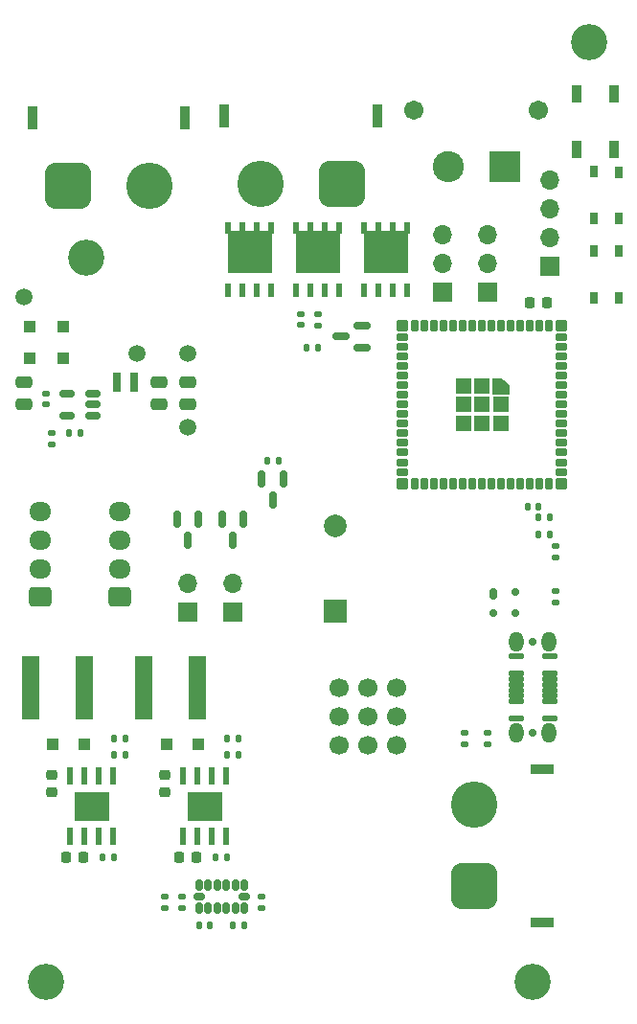
<source format=gbr>
%TF.GenerationSoftware,KiCad,Pcbnew,8.0.2-1*%
%TF.CreationDate,2024-11-11T16:17:41-08:00*%
%TF.ProjectId,Main_Board_V2,4d61696e-5f42-46f6-9172-645f56322e6b,rev?*%
%TF.SameCoordinates,Original*%
%TF.FileFunction,Soldermask,Top*%
%TF.FilePolarity,Negative*%
%FSLAX46Y46*%
G04 Gerber Fmt 4.6, Leading zero omitted, Abs format (unit mm)*
G04 Created by KiCad (PCBNEW 8.0.2-1) date 2024-11-11 16:17:41*
%MOMM*%
%LPD*%
G01*
G04 APERTURE LIST*
G04 Aperture macros list*
%AMRoundRect*
0 Rectangle with rounded corners*
0 $1 Rounding radius*
0 $2 $3 $4 $5 $6 $7 $8 $9 X,Y pos of 4 corners*
0 Add a 4 corners polygon primitive as box body*
4,1,4,$2,$3,$4,$5,$6,$7,$8,$9,$2,$3,0*
0 Add four circle primitives for the rounded corners*
1,1,$1+$1,$2,$3*
1,1,$1+$1,$4,$5*
1,1,$1+$1,$6,$7*
1,1,$1+$1,$8,$9*
0 Add four rect primitives between the rounded corners*
20,1,$1+$1,$2,$3,$4,$5,0*
20,1,$1+$1,$4,$5,$6,$7,0*
20,1,$1+$1,$6,$7,$8,$9,0*
20,1,$1+$1,$8,$9,$2,$3,0*%
G04 Aperture macros list end*
%ADD10C,0.010000*%
%ADD11R,2.000000X2.000000*%
%ADD12C,2.000000*%
%ADD13RoundRect,0.135000X0.135000X0.185000X-0.135000X0.185000X-0.135000X-0.185000X0.135000X-0.185000X0*%
%ADD14RoundRect,0.250000X-0.475000X0.250000X-0.475000X-0.250000X0.475000X-0.250000X0.475000X0.250000X0*%
%ADD15RoundRect,0.102000X-0.200000X0.400000X-0.200000X-0.400000X0.200000X-0.400000X0.200000X0.400000X0*%
%ADD16RoundRect,0.102000X-0.400000X0.200000X-0.400000X-0.200000X0.400000X-0.200000X0.400000X0.200000X0*%
%ADD17RoundRect,0.102000X-0.600000X0.600000X-0.600000X-0.600000X0.600000X-0.600000X0.600000X0.600000X0*%
%ADD18RoundRect,0.102000X-0.400000X0.400000X-0.400000X-0.400000X0.400000X-0.400000X0.400000X0.400000X0*%
%ADD19RoundRect,0.135000X0.185000X-0.135000X0.185000X0.135000X-0.185000X0.135000X-0.185000X-0.135000X0*%
%ADD20C,1.712000*%
%ADD21RoundRect,0.102000X-1.275000X-1.275000X1.275000X-1.275000X1.275000X1.275000X-1.275000X1.275000X0*%
%ADD22C,2.754000*%
%ADD23RoundRect,0.135000X-0.135000X-0.185000X0.135000X-0.185000X0.135000X0.185000X-0.135000X0.185000X0*%
%ADD24C,3.200000*%
%ADD25RoundRect,0.150000X0.587500X0.150000X-0.587500X0.150000X-0.587500X-0.150000X0.587500X-0.150000X0*%
%ADD26C,1.500000*%
%ADD27RoundRect,0.150000X0.512500X0.150000X-0.512500X0.150000X-0.512500X-0.150000X0.512500X-0.150000X0*%
%ADD28RoundRect,0.140000X0.140000X0.170000X-0.140000X0.170000X-0.140000X-0.170000X0.140000X-0.170000X0*%
%ADD29RoundRect,0.225000X-0.250000X0.225000X-0.250000X-0.225000X0.250000X-0.225000X0.250000X0.225000X0*%
%ADD30RoundRect,0.225000X-0.225000X-0.250000X0.225000X-0.250000X0.225000X0.250000X-0.225000X0.250000X0*%
%ADD31RoundRect,0.135000X-0.185000X0.135000X-0.185000X-0.135000X0.185000X-0.135000X0.185000X0.135000X0*%
%ADD32C,1.700000*%
%ADD33R,1.600000X5.700000*%
%ADD34RoundRect,0.140000X-0.170000X0.140000X-0.170000X-0.140000X0.170000X-0.140000X0.170000X0.140000X0*%
%ADD35R,0.900000X2.000000*%
%ADD36RoundRect,1.025000X-1.025000X-1.025000X1.025000X-1.025000X1.025000X1.025000X-1.025000X1.025000X0*%
%ADD37C,4.100000*%
%ADD38RoundRect,0.250000X0.300000X-0.300000X0.300000X0.300000X-0.300000X0.300000X-0.300000X-0.300000X0*%
%ADD39R,0.610000X1.270000*%
%ADD40R,3.910000X3.810000*%
%ADD41R,0.610000X1.020000*%
%ADD42C,0.710000*%
%ADD43RoundRect,0.102000X0.575000X-0.150000X0.575000X0.150000X-0.575000X0.150000X-0.575000X-0.150000X0*%
%ADD44O,1.304000X1.804000*%
%ADD45R,0.900000X1.500000*%
%ADD46RoundRect,0.175000X-0.175000X-0.325000X0.175000X-0.325000X0.175000X0.325000X-0.175000X0.325000X0*%
%ADD47RoundRect,0.150000X-0.200000X-0.150000X0.200000X-0.150000X0.200000X0.150000X-0.200000X0.150000X0*%
%ADD48R,1.700000X1.700000*%
%ADD49O,1.700000X1.700000*%
%ADD50R,2.000000X0.900000*%
%ADD51RoundRect,1.025000X-1.025000X1.025000X-1.025000X-1.025000X1.025000X-1.025000X1.025000X1.025000X0*%
%ADD52RoundRect,0.150000X-0.150000X0.587500X-0.150000X-0.587500X0.150000X-0.587500X0.150000X0.587500X0*%
%ADD53RoundRect,0.150000X0.150000X-0.325000X0.150000X0.325000X-0.150000X0.325000X-0.150000X-0.325000X0*%
%ADD54RoundRect,0.150000X0.325000X-0.150000X0.325000X0.150000X-0.325000X0.150000X-0.325000X-0.150000X0*%
%ADD55R,0.600000X1.550000*%
%ADD56R,3.100000X2.600000*%
%ADD57RoundRect,0.140000X-0.140000X-0.170000X0.140000X-0.170000X0.140000X0.170000X-0.140000X0.170000X0*%
%ADD58RoundRect,0.250000X0.725000X-0.600000X0.725000X0.600000X-0.725000X0.600000X-0.725000X-0.600000X0*%
%ADD59O,1.950000X1.700000*%
%ADD60R,0.650000X1.050000*%
%ADD61R,0.800000X1.700000*%
%ADD62RoundRect,0.250000X-0.300000X-0.300000X0.300000X-0.300000X0.300000X0.300000X-0.300000X0.300000X0*%
G04 APERTURE END LIST*
D10*
%TO.C,U1*%
X144350000Y-75800000D02*
X144350000Y-76550000D01*
X142950000Y-76550000D01*
X142950000Y-75150000D01*
X143700000Y-75150000D01*
X144350000Y-75800000D01*
G36*
X144350000Y-75800000D02*
G01*
X144350000Y-76550000D01*
X142950000Y-76550000D01*
X142950000Y-75150000D01*
X143700000Y-75150000D01*
X144350000Y-75800000D01*
G37*
%TD*%
D11*
%TO.C,BZ3*%
X129000000Y-95800000D03*
D12*
X129000000Y-88200000D03*
%TD*%
D13*
%TO.C,R25*%
X127510000Y-72500000D03*
X126490000Y-72500000D03*
%TD*%
D14*
%TO.C,C6*%
X116000000Y-75550000D03*
X116000000Y-77450000D03*
%TD*%
D15*
%TO.C,U1*%
X147950000Y-70500000D03*
X147100000Y-70500000D03*
X146250000Y-70500000D03*
X145400000Y-70500000D03*
X144550000Y-70500000D03*
X143700000Y-70500000D03*
X142850000Y-70500000D03*
X142000000Y-70500000D03*
X141150000Y-70500000D03*
X140300000Y-70500000D03*
X139450000Y-70500000D03*
X138600000Y-70500000D03*
X137750000Y-70500000D03*
X136900000Y-70500000D03*
X136050000Y-70500000D03*
D16*
X135000000Y-71550000D03*
X135000000Y-72400000D03*
X135000000Y-73250000D03*
X135000000Y-74100000D03*
X135000000Y-74950000D03*
X135000000Y-75800000D03*
X135000000Y-76650000D03*
X135000000Y-77500000D03*
X135000000Y-78350000D03*
X135000000Y-79200000D03*
X135000000Y-80050000D03*
X135000000Y-80900000D03*
X135000000Y-81750000D03*
X135000000Y-82600000D03*
X135000000Y-83450000D03*
D15*
X136050000Y-84500000D03*
X136900000Y-84500000D03*
X137750000Y-84500000D03*
X138600000Y-84500000D03*
X139450000Y-84500000D03*
X140300000Y-84500000D03*
X141150000Y-84500000D03*
X142000000Y-84500000D03*
X142850000Y-84500000D03*
X143700000Y-84500000D03*
X144550000Y-84500000D03*
X145400000Y-84500000D03*
X146250000Y-84500000D03*
X147100000Y-84500000D03*
X147950000Y-84500000D03*
D16*
X149000000Y-83450000D03*
X149000000Y-82600000D03*
X149000000Y-81750000D03*
X149000000Y-80900000D03*
X149000000Y-80050000D03*
X149000000Y-79200000D03*
X149000000Y-78350000D03*
X149000000Y-77500000D03*
X149000000Y-76650000D03*
X149000000Y-75800000D03*
X149000000Y-74950000D03*
X149000000Y-74100000D03*
X149000000Y-73250000D03*
X149000000Y-72400000D03*
X149000000Y-71550000D03*
D17*
X142000000Y-77500000D03*
X143650000Y-77500000D03*
X143650000Y-79150000D03*
X142000000Y-79150000D03*
X140350000Y-79150000D03*
X140350000Y-77500000D03*
X140350000Y-75850000D03*
X142000000Y-75850000D03*
D18*
X149000000Y-70500000D03*
X135000000Y-70500000D03*
X135000000Y-84500000D03*
X149000000Y-84500000D03*
%TD*%
D19*
%TO.C,R2*%
X148500000Y-95010000D03*
X148500000Y-93990000D03*
%TD*%
D20*
%TO.C,J1*%
X136000000Y-51500000D03*
X147000000Y-51500000D03*
D21*
X144000000Y-56500000D03*
D22*
X139000000Y-56500000D03*
%TD*%
D23*
%TO.C,R4*%
X105490000Y-80000000D03*
X106510000Y-80000000D03*
%TD*%
D24*
%TO.C,H2*%
X146500000Y-128500000D03*
%TD*%
D25*
%TO.C,Q9*%
X131437500Y-72450000D03*
X131437500Y-70550000D03*
X129562500Y-71500000D03*
%TD*%
D26*
%TO.C,TP2*%
X116000000Y-73000000D03*
%TD*%
D27*
%TO.C,U2*%
X107637500Y-78450000D03*
X107637500Y-77500000D03*
X107637500Y-76550000D03*
X105362500Y-76550000D03*
X105362500Y-78450000D03*
%TD*%
D28*
%TO.C,C3*%
X146980000Y-86500000D03*
X146020000Y-86500000D03*
%TD*%
D13*
%TO.C,R19*%
X120520000Y-108500000D03*
X119500000Y-108500000D03*
%TD*%
%TO.C,R17*%
X110500000Y-108500000D03*
X109480000Y-108500000D03*
%TD*%
D29*
%TO.C,C14*%
X114000000Y-110205000D03*
X114000000Y-111755000D03*
%TD*%
D30*
%TO.C,C11*%
X105225000Y-117500000D03*
X106775000Y-117500000D03*
%TD*%
D31*
%TO.C,R26*%
X127500000Y-69490000D03*
X127500000Y-70510000D03*
%TD*%
D32*
%TO.C,U10*%
X134420000Y-102519492D03*
X134420000Y-105059492D03*
X134420000Y-107599492D03*
X131880000Y-102519492D03*
X131880000Y-105059492D03*
X131880000Y-107599492D03*
X129340000Y-102519492D03*
X129340000Y-105059492D03*
X129340000Y-107599492D03*
%TD*%
D33*
%TO.C,L3*%
X112150000Y-102500000D03*
X116850000Y-102500000D03*
%TD*%
D34*
%TO.C,C5*%
X103500000Y-76520000D03*
X103500000Y-77480000D03*
%TD*%
D28*
%TO.C,C1*%
X147980000Y-89000000D03*
X147020000Y-89000000D03*
%TD*%
D35*
%TO.C,J4*%
X102250000Y-52150000D03*
X115750000Y-52150000D03*
D36*
X105400000Y-58150000D03*
D37*
X112600000Y-58150000D03*
%TD*%
D38*
%TO.C,D2*%
X105000000Y-73400000D03*
X105000000Y-70600000D03*
%TD*%
D24*
%TO.C,H4*%
X107000000Y-64500000D03*
%TD*%
D39*
%TO.C,Q10*%
X131595000Y-67360000D03*
X132865000Y-67360000D03*
X134135000Y-67360000D03*
X135405000Y-67360000D03*
D40*
X133500000Y-64000000D03*
D41*
X131595000Y-61895000D03*
X132865000Y-61895000D03*
X134135000Y-61895000D03*
X135405000Y-61895000D03*
%TD*%
D42*
%TO.C,J13*%
X146500000Y-106500000D03*
X146500000Y-98500000D03*
D43*
X145015000Y-105250000D03*
X145015000Y-103750000D03*
X145015000Y-103250000D03*
X145015000Y-102750000D03*
X145015000Y-102250000D03*
X145015000Y-101750000D03*
X145015000Y-101250000D03*
X145015000Y-99750000D03*
X147985000Y-99750000D03*
X147985000Y-101250000D03*
X147985000Y-101750000D03*
X147985000Y-102250000D03*
X147985000Y-102750000D03*
X147985000Y-103250000D03*
X147985000Y-103750000D03*
X147985000Y-105250000D03*
D44*
X145070000Y-106500000D03*
X145070000Y-98500000D03*
X147930000Y-106500000D03*
X147930000Y-98500000D03*
%TD*%
D19*
%TO.C,R8*%
X122500000Y-122010000D03*
X122500000Y-120990000D03*
%TD*%
D24*
%TO.C,H3*%
X151500000Y-45500000D03*
%TD*%
D35*
%TO.C,J8*%
X119250000Y-52000000D03*
X132750000Y-52000000D03*
D36*
X129600000Y-58000000D03*
D37*
X122400000Y-58000000D03*
%TD*%
D45*
%TO.C,U3*%
X153650000Y-50050000D03*
X150350000Y-50050000D03*
X150350000Y-54950000D03*
X153650000Y-54950000D03*
%TD*%
D30*
%TO.C,C13*%
X115205000Y-117500000D03*
X116755000Y-117500000D03*
%TD*%
D46*
%TO.C,D5*%
X143000000Y-94250000D03*
D47*
X143000000Y-95950000D03*
X145000000Y-95950000D03*
X145000000Y-94050000D03*
%TD*%
D48*
%TO.C,J5*%
X148000000Y-65300000D03*
D49*
X148000000Y-62760000D03*
X148000000Y-60220000D03*
X148000000Y-57680000D03*
%TD*%
D50*
%TO.C,J6*%
X147350000Y-109750000D03*
X147350000Y-123250000D03*
D51*
X141350000Y-120100000D03*
D37*
X141350000Y-112900000D03*
%TD*%
D14*
%TO.C,C7*%
X113500000Y-75550000D03*
X113500000Y-77450000D03*
%TD*%
D48*
%TO.C,M2*%
X120000000Y-95837500D03*
D49*
X120000000Y-93297500D03*
%TD*%
D52*
%TO.C,Q8*%
X124450000Y-84062500D03*
X122550000Y-84062500D03*
X123500000Y-85937500D03*
%TD*%
D38*
%TO.C,D1*%
X102000000Y-73400000D03*
X102000000Y-70600000D03*
%TD*%
D48*
%TO.C,J7*%
X138500000Y-67540000D03*
D49*
X138500000Y-65000000D03*
X138500000Y-62460000D03*
%TD*%
D31*
%TO.C,R11*%
X140500000Y-106490000D03*
X140500000Y-107510000D03*
%TD*%
D28*
%TO.C,C8*%
X120980000Y-123500000D03*
X120020000Y-123500000D03*
%TD*%
D53*
%TO.C,U4*%
X117000000Y-122000000D03*
X117800000Y-122000000D03*
X118600000Y-122000000D03*
X119400000Y-122000000D03*
X120200000Y-122000000D03*
X121000000Y-122000000D03*
D54*
X121000000Y-121000000D03*
D53*
X121000000Y-120000000D03*
X120200000Y-120000000D03*
X119400000Y-120000000D03*
X118600000Y-120000000D03*
X117800000Y-120000000D03*
X117000000Y-120000000D03*
D54*
X117000000Y-121000000D03*
%TD*%
D14*
%TO.C,C4*%
X101500000Y-75550000D03*
X101500000Y-77450000D03*
%TD*%
D48*
%TO.C,J2*%
X142500000Y-67540000D03*
D49*
X142500000Y-65000000D03*
X142500000Y-62460000D03*
%TD*%
D55*
%TO.C,U8*%
X115595000Y-115700000D03*
X116865000Y-115700000D03*
X118135000Y-115700000D03*
X119405000Y-115700000D03*
X119405000Y-110300000D03*
X118135000Y-110300000D03*
X116865000Y-110300000D03*
X115595000Y-110300000D03*
D56*
X117500000Y-113000000D03*
%TD*%
D31*
%TO.C,R12*%
X142500000Y-106490000D03*
X142500000Y-107510000D03*
%TD*%
D57*
%TO.C,C10*%
X117020000Y-123500000D03*
X117980000Y-123500000D03*
%TD*%
D58*
%TO.C,J3*%
X102975000Y-94500000D03*
D59*
X102975000Y-92000000D03*
X102975000Y-89500000D03*
X102975000Y-87000000D03*
%TD*%
D13*
%TO.C,R18*%
X119500000Y-117500000D03*
X118480000Y-117500000D03*
%TD*%
D23*
%TO.C,R5*%
X146990000Y-87500000D03*
X148010000Y-87500000D03*
%TD*%
D19*
%TO.C,R9*%
X115500000Y-122010000D03*
X115500000Y-120990000D03*
%TD*%
%TO.C,R1*%
X148500000Y-91010000D03*
X148500000Y-89990000D03*
%TD*%
D34*
%TO.C,C15*%
X126000000Y-69520000D03*
X126000000Y-70480000D03*
%TD*%
D60*
%TO.C,SW1*%
X151925000Y-61075000D03*
X151925000Y-56925000D03*
X154075000Y-61075000D03*
X154075000Y-56950000D03*
%TD*%
D55*
%TO.C,U7*%
X105595000Y-115700000D03*
X106865000Y-115700000D03*
X108135000Y-115700000D03*
X109405000Y-115700000D03*
X109405000Y-110300000D03*
X108135000Y-110300000D03*
X106865000Y-110300000D03*
X105595000Y-110300000D03*
D56*
X107500000Y-113000000D03*
%TD*%
D24*
%TO.C,H1*%
X103500000Y-128500000D03*
%TD*%
D61*
%TO.C,L1*%
X109700000Y-75500000D03*
X111300000Y-75500000D03*
%TD*%
D29*
%TO.C,C12*%
X104000000Y-110225000D03*
X104000000Y-111775000D03*
%TD*%
D26*
%TO.C,TP1*%
X101500000Y-68000000D03*
%TD*%
D30*
%TO.C,C2*%
X146225000Y-68500000D03*
X147775000Y-68500000D03*
%TD*%
D13*
%TO.C,R20*%
X124010000Y-82500000D03*
X122990000Y-82500000D03*
%TD*%
D58*
%TO.C,J12*%
X109975000Y-94500000D03*
D59*
X109975000Y-92000000D03*
X109975000Y-89500000D03*
X109975000Y-87000000D03*
%TD*%
D26*
%TO.C,TP4*%
X116000000Y-79500000D03*
%TD*%
%TO.C,TP3*%
X111500000Y-73000000D03*
%TD*%
D52*
%TO.C,Q1*%
X120950000Y-87625000D03*
X119050000Y-87625000D03*
X120000000Y-89500000D03*
%TD*%
D60*
%TO.C,SW3*%
X151925000Y-68075000D03*
X151925000Y-63925000D03*
X154075000Y-68075000D03*
X154075000Y-63950000D03*
%TD*%
D13*
%TO.C,R16*%
X109510000Y-117500000D03*
X108490000Y-117500000D03*
%TD*%
D48*
%TO.C,M3*%
X116000000Y-95837500D03*
D49*
X116000000Y-93297500D03*
%TD*%
D23*
%TO.C,R6*%
X109490000Y-107000000D03*
X110510000Y-107000000D03*
%TD*%
D52*
%TO.C,Q2*%
X116950000Y-87625000D03*
X115050000Y-87625000D03*
X116000000Y-89500000D03*
%TD*%
D19*
%TO.C,R3*%
X104000000Y-81010000D03*
X104000000Y-79990000D03*
%TD*%
D23*
%TO.C,R7*%
X119490000Y-107000000D03*
X120510000Y-107000000D03*
%TD*%
D19*
%TO.C,R10*%
X114000000Y-122010000D03*
X114000000Y-120990000D03*
%TD*%
D39*
%TO.C,Q4*%
X125595000Y-67360000D03*
X126865000Y-67360000D03*
X128135000Y-67360000D03*
X129405000Y-67360000D03*
D40*
X127500000Y-64000000D03*
D41*
X125595000Y-61895000D03*
X126865000Y-61895000D03*
X128135000Y-61895000D03*
X129405000Y-61895000D03*
%TD*%
D62*
%TO.C,D4*%
X114100000Y-107500000D03*
X116900000Y-107500000D03*
%TD*%
%TO.C,D3*%
X104100000Y-107500000D03*
X106900000Y-107500000D03*
%TD*%
D39*
%TO.C,Q3*%
X119595000Y-67360000D03*
X120865000Y-67360000D03*
X122135000Y-67360000D03*
X123405000Y-67360000D03*
D40*
X121500000Y-64000000D03*
D41*
X119595000Y-61895000D03*
X120865000Y-61895000D03*
X122135000Y-61895000D03*
X123405000Y-61895000D03*
%TD*%
D33*
%TO.C,L2*%
X102150000Y-102500000D03*
X106850000Y-102500000D03*
%TD*%
M02*

</source>
